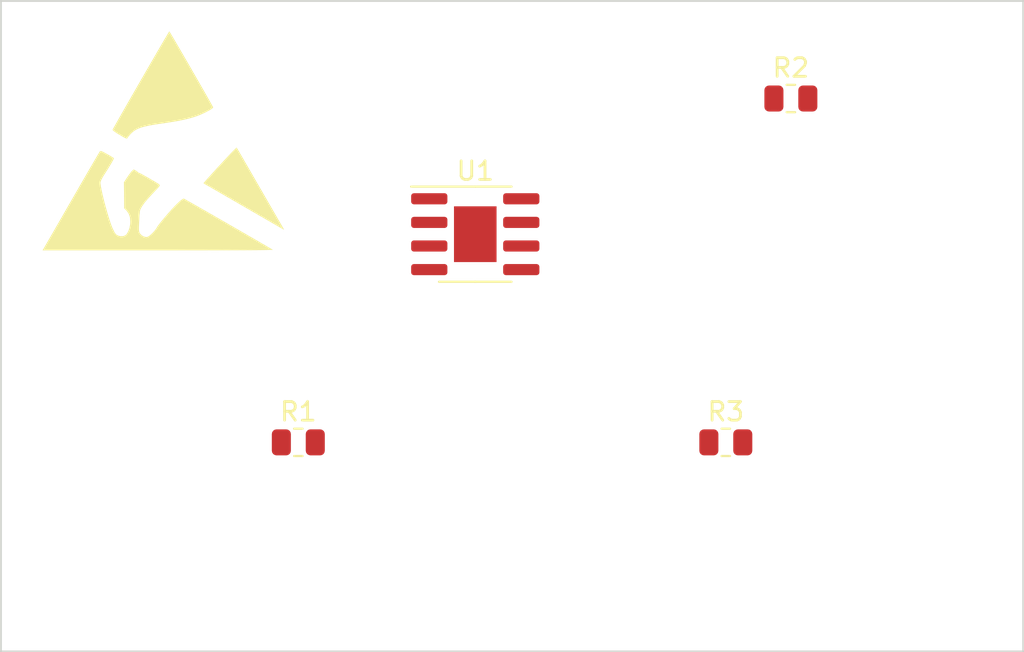
<source format=kicad_pcb>
(kicad_pcb (version 20240108) (generator "pcbnew") (generator_version "8.0")
  (layers (0 "F.Cu" signal) (31 "B.Cu" signal) (34 "B.Paste" user) (35 "F.Paste" user) (36 "B.SilkS" user "B.Silkscreen") (37 "F.SilkS" user "F.Silkscreen") (38 "B.Mask" user) (39 "F.Mask" user) (44 "Edge.Cuts" user))
  (net 0 "")
  (net 1 "Net-(R1-Pad2)")
  (net 2 "Net-(R1-Pad1)")
  (net 3 "Net-(R2-Pad2)")
  (net 4 "Net-(R2-Pad1)")
  (net 5 "Net-(R3-Pad2)")
  (net 6 "Net-(R3-Pad1)")
  (net 7 "Net-(U1-Pad8)")
  (net 8 "Net-(U1-Pad7)")
  (net 9 "Net-(U1-Pad6)")
  (net 10 "Net-(U1-Pad5)")
  (net 11 "Net-(U1-Pad4)")
  (net 12 "Net-(U1-Pad3)")
  (net 13 "Net-(U1-Pad2)")
  (net 14 "Net-(U1-Pad1)")
  (footprint "my_lib:R_0805_2012Metric" (layer "F.Cu") (at 116 98.75)
    (property "Reference" "R1" (at 0 -1.65 0) (layer "F.SilkS"))
    (property "Value" "R")
    (fp_line (start -0.227064 -0.735) (end 0.227064 -0.735) (stroke (width 0.12)) (layer "F.SilkS"))
    (fp_line (start -0.227064 0.735) (end 0.227064 0.735) (stroke (width 0.12)) (layer "F.SilkS"))
    (pad "1" smd roundrect (at -0.9125 0) (size 1.025 1.4) (layers "F.Cu" "F.Paste" "F.Mask") (roundrect_rratio 0.243902) (net 2 "Net-(R1-Pad1)"))
    (pad "2" smd roundrect (at 0.9125 0) (size 1.025 1.4) (layers "F.Cu" "F.Paste" "F.Mask") (roundrect_rratio 0.243902) (net 1 "Net-(R1-Pad2)"))
  )
  (footprint "my_lib:R_0805_2012Metric" (layer "F.Cu") (at 142.5 80.25)
    (property "Reference" "R2" (at 0 -1.65 0) (layer "F.SilkS"))
    (property "Value" "R")
    (fp_line (start -0.227064 -0.735) (end 0.227064 -0.735) (stroke (width 0.12)) (layer "F.SilkS"))
    (fp_line (start -0.227064 0.735) (end 0.227064 0.735) (stroke (width 0.12)) (layer "F.SilkS"))
    (pad "1" smd roundrect (at -0.9125 0) (size 1.025 1.4) (layers "F.Cu" "F.Paste" "F.Mask") (roundrect_rratio 0.243902) (net 4 "Net-(R2-Pad1)"))
    (pad "2" smd roundrect (at 0.9125 0) (size 1.025 1.4) (layers "F.Cu" "F.Paste" "F.Mask") (roundrect_rratio 0.243902) (net 3 "Net-(R2-Pad2)"))
  )
  (footprint "my_lib:R_0805_2012Metric" (layer "F.Cu") (at 139 98.75)
    (property "Reference" "R3" (at 0 -1.65 0) (layer "F.SilkS"))
    (property "Value" "R")
    (fp_line (start -0.227064 -0.735) (end 0.227064 -0.735) (stroke (width 0.12)) (layer "F.SilkS"))
    (fp_line (start -0.227064 0.735) (end 0.227064 0.735) (stroke (width 0.12)) (layer "F.SilkS"))
    (pad "1" smd roundrect (at -0.9125 0) (size 1.025 1.4) (layers "F.Cu" "F.Paste" "F.Mask") (roundrect_rratio 0.243902) (net 6 "Net-(R3-Pad1)"))
    (pad "2" smd roundrect (at 0.9125 0) (size 1.025 1.4) (layers "F.Cu" "F.Paste" "F.Mask") (roundrect_rratio 0.243902) (net 5 "Net-(R3-Pad2)"))
  )
  (footprint "my_lib:SOIC-8-1EP_3.9x4.9mm_P1.27mm_EP2.29x3mm" (layer "F.Cu") (at 125.52 87.55)
    (property "Reference" "U1" (at 0 -3.4 0) (layer "F.SilkS"))
    (property "Value" "AD797")
    (fp_line (start 0 -2.56) (end -3.45 -2.56) (stroke (width 0.12)) (layer "F.SilkS"))
    (fp_line (start 0 -2.56) (end 1.95 -2.56) (stroke (width 0.12)) (layer "F.SilkS"))
    (fp_line (start 0 2.56) (end -1.95 2.56) (stroke (width 0.12)) (layer "F.SilkS"))
    (fp_line (start 0 2.56) (end 1.95 2.56) (stroke (width 0.12)) (layer "F.SilkS"))
    (pad "1" smd roundrect (at -2.475 -1.905) (size 1.95 0.6) (layers "F.Cu" "F.Paste" "F.Mask") (net 14 "Net-(U1-Pad1)"))
    (pad "2" smd roundrect (at -2.475 -0.635) (size 1.95 0.6) (layers "F.Cu" "F.Paste" "F.Mask") (net 13 "Net-(U1-Pad2)"))
    (pad "3" smd roundrect (at -2.475 0.635) (size 1.95 0.6) (layers "F.Cu" "F.Paste" "F.Mask") (net 12 "Net-(U1-Pad3)"))
    (pad "4" smd roundrect (at -2.475 1.905) (size 1.95 0.6) (layers "F.Cu" "F.Paste" "F.Mask") (net 11 "Net-(U1-Pad4)"))
    (pad "5" smd roundrect (at 2.475 1.905) (size 1.95 0.6) (layers "F.Cu" "F.Paste" "F.Mask") (net 10 "Net-(U1-Pad5)"))
    (pad "6" smd roundrect (at 2.475 0.635) (size 1.95 0.6) (layers "F.Cu" "F.Paste" "F.Mask") (net 9 "Net-(U1-Pad6)"))
    (pad "7" smd roundrect (at 2.475 -0.635) (size 1.95 0.6) (layers "F.Cu" "F.Paste" "F.Mask") (net 8 "Net-(U1-Pad7)"))
    (pad "8" smd roundrect (at 2.475 -1.905) (size 1.95 0.6) (layers "F.Cu" "F.Paste" "F.Mask") (net 7 "Net-(U1-Pad8)"))
    (pad "9" smd rect (at 0 0) (size 2.29 3) (layers "F.Cu" "F.Mask"))
  )
  (footprint "my_lib:ESD-Logo_13.2x12mm_SilkScreen" (layer "F.Cu") (at 108.75 82.5)
    (property "Reference" "SYM1" (hide yes))
    (property "Value" "SYM_Radio_Waves_Small" (hide yes))
    (fp_poly (pts (xy 3.975056 0.469238) (xy 3.997816 0.507386) (xy 4.048975 0.594843) (xy 4.126004 0.727238) (xy 4.226372 0.900204) (xy 4.347549 1.10937) (xy 4.487006 1.350367) (xy 4.642213 1.618824) (xy 4.81064 1.910374) (xy 4.989757 2.220646) (xy 5.173995 2.54) (xy 5.362152 2.866235) (xy 5.542803 3.179418) (xy 5.71333 3.475012) (xy 5.871114 3.74848) (xy 6.013538 3.995284) (xy 6.137981 4.210889) (xy 6.241826 4.390755) (xy 6.322455 4.530347) (xy 6.377248 4.625128) (xy 6.403013 4.669573) (xy 6.445014 4.744661) (xy 6.46785 4.791663) (xy 6.469102 4.799841) (xy 6.441272 4.784484) (xy 6.363881 4.740407) (xy 6.240973 4.669942) (xy 6.076595 4.575422) (xy 5.874792 4.459178) (xy 5.639609 4.323542) (xy 5.375091 4.170848) (xy 5.085284 4.003428) (xy 4.774233 3.823613) (xy 4.445984 3.633735) (xy 4.321097 3.561464) (xy 3.986974 3.368167) (xy 3.668147 3.183877) (xy 3.368709 3.01095) (xy 3.092752 2.851743) (xy 2.84437 2.70861) (xy 2.627653 2.58391) (xy 2.446696 2.479996) (xy 2.305591 2.399227) (xy 2.20843 2.343957) (xy 2.159307 2.316544) (xy 2.15417 2.313948) (xy 2.169138 2.290441) (xy 2.221227 2.227591) (xy 2.305117 2.131188) (xy 2.415492 2.00702) (xy 2.547034 1.860879) (xy 2.694424 1.698553) (xy 2.852345 1.525832) (xy 3.015479 1.348506) (xy 3.178508 1.172365) (xy 3.336114 1.003198) (xy 3.482979 0.846795) (xy 3.613786 0.708945) (xy 3.723216 0.595439) (xy 3.805953 0.512065) (xy 3.834328 0.484726) (xy 3.928359 0.396403) (xy 3.975056 0.469238)) (stroke (width 0.01)) (fill solid) (layer "F.SilkS"))
    (fp_poly (pts (xy 0.328085 -5.828329) (xy 0.374129 -5.753509) (xy 0.445067 -5.634972) (xy 0.537991 -5.477763) (xy 0.649992 -5.286924) (xy 0.778162 -5.067499) (xy 0.919592 -4.824531) (xy 1.071373 -4.563063) (xy 1.230597 -4.28814) (xy 1.394356 -4.004803) (xy 1.55974 -3.718098) (xy 1.723842 -3.433066) (xy 1.883752 -3.154752) (xy 2.036562 -2.888198) (xy 2.179363 -2.638448) (xy 2.309247 -2.410545) (xy 2.423305 -2.209534) (xy 2.518629 -2.040456) (xy 2.59231 -1.908355) (xy 2.641439 -1.818276) (xy 2.663108 -1.77526) (xy 2.663902 -1.772571) (xy 2.637002 -1.73607) (xy 2.562227 -1.680236) (xy 2.44847 -1.61055) (xy 2.304623 -1.532491) (xy 2.154029 -1.458313) (xy 1.949119 -1.368365) (xy 1.733633 -1.287547) (xy 1.500146 -1.214062) (xy 1.241236 -1.146116) (xy 0.949479 -1.081912) (xy 0.617451 -1.019654) (xy 0.237731 -0.957546) (xy -0.155063 -0.89971) (xy -0.496332 -0.8484) (xy -0.78291 -0.797603) (xy -1.021985 -0.744796) (xy -1.220741 -0.687454) (xy -1.386365 -0.623053) (xy -1.526044 -0.549069) (xy -1.646964 -0.462976) (xy -1.756311 -0.36225) (xy -1.791572 -0.324833) (xy -1.868 -0.237721) (xy -1.924537 -0.166636) (xy -1.950765 -0.124833) (xy -1.951464 -0.121406) (xy -1.96064 -0.100388) (xy -1.992485 -0.100151) (xy -2.053469 -0.123491) (xy -2.150065 -0.173207) (xy -2.288746 -0.252095) (xy -2.385122 -0.308825) (xy -2.528834 -0.397506) (xy -2.640517 -0.473441) (xy -2.712666 -0.531168) (xy -2.737774 -0.565224) (xy -2.737759 -0.565471) (xy -2.722189 -0.597925) (xy -2.678217 -0.6792) (xy -2.608395 -0.804866) (xy -2.515275 -0.970495) (xy -2.401411 -1.171656) (xy -2.269354 -1.40392) (xy -2.121657 -1.662857) (xy -1.960872 -1.944039) (xy -1.789552 -2.243035) (xy -1.610249 -2.555416) (xy -1.425515 -2.876752) (xy -1.237902 -3.202614) (xy -1.049964 -3.528573) (xy -0.864253 -3.850199) (xy -0.68332 -4.163063) (xy -0.509719 -4.462734) (xy -0.346001 -4.744784) (xy -0.194719 -5.004782) (xy -0.058426 -5.238301) (xy 0.060326 -5.440909) (xy 0.158985 -5.608177) (xy 0.234999 -5.735676) (xy 0.285814 -5.818977) (xy 0.308879 -5.85365) (xy 0.309845 -5.85439) (xy 0.328085 -5.828329)) (stroke (width 0.01)) (fill solid) (layer "F.SilkS"))
    (fp_poly (pts (xy -3.355813 0.582317) (xy -3.290763 0.607473) (xy -3.191615 0.657425) (xy -3.049253 0.735752) (xy -3.038168 0.741977) (xy -2.907053 0.816952) (xy -2.796404 0.882638) (xy -2.71709 0.93241) (xy -2.679977 0.959641) (xy -2.678939 0.960974) (xy -2.687904 0.99878) (xy -2.729029 1.08321) (xy -2.799634 1.209665) (xy -2.89704 1.373544) (xy -3.018565 1.570245) (xy -3.161529 1.79517) (xy -3.19711 1.850331) (xy -3.289814 2.003398) (xy -3.357317 2.135112) (xy -3.393695 2.233565) (xy -3.397428 2.253014) (xy -3.395771 2.338624) (xy -3.377212 2.474418) (xy -3.344064 2.651687) (xy -3.29864 2.861719) (xy -3.243254 3.095804) (xy -3.18022 3.345232) (xy -3.11185 3.60129) (xy -3.040458 3.855269) (xy -2.968359 4.098457) (xy -2.897864 4.322145) (xy -2.831288 4.517621) (xy -2.770945 4.676174) (xy -2.728879 4.770244) (xy -2.679327 4.870451) (xy -2.63254 4.966337) (xy -2.630007 4.971586) (xy -2.552603 5.06844) (xy -2.439632 5.133656) (xy -2.308122 5.164909) (xy -2.175099 5.159875) (xy -2.05759 5.116228) (xy -1.991484 5.058764) (xy -1.896282 4.901166) (xy -1.826522 4.704756) (xy -1.788247 4.489559) (xy -1.782824 4.367561) (xy -1.804661 4.13987) (xy -1.868753 3.95132) (xy -1.978549 3.792759) (xy -2.012787 3.757467) (xy -2.114678 3.65847) (xy -2.128672 2.258978) (xy -1.950365 1.989062) (xy -1.866693 1.866891) (xy -1.786111 1.756987) (xy -1.720115 1.674673) (xy -1.691748 1.644384) (xy -1.611438 1.569621) (xy -1.50267 1.628196) (xy -1.433923 1.670168) (xy -1.396308 1.702756) (xy -1.393903 1.708615) (xy -1.368194 1.733456) (xy -1.324208 1.751954) (xy -1.281701 1.768626) (xy -1.216613 1.800299) (xy -1.123356 1.850066) (xy -0.996342 1.921018) (xy -0.829984 2.016247) (xy -0.618695 2.138844) (xy -0.503876 2.205864) (xy -0.368813 2.286143) (xy -0.28023 2.343319) (xy -0.23029 2.384078) (xy -0.211154 2.415107) (xy -0.214984 2.443092) (xy -0.218178 2.449593) (xy -0.249248 2.490533) (xy -0.315729 2.56733) (xy -0.409876 2.671393) (xy -0.523944 2.794132) (xy -0.6226 2.89818) (xy -0.849941 3.145134) (xy -1.02779 3.359183) (xy -1.157733 3.54248) (xy -1.241358 3.697176) (xy -1.269566 3.775732) (xy -1.281217 3.844498) (xy -1.293251 3.961799) (xy -1.304609 4.114234) (xy -1.314233 4.288404) (xy -1.318762 4.398537) (xy -1.325082 4.588929) (xy -1.327863 4.728124) (xy -1.326285 4.826819) (xy -1.319531 4.895708) (xy -1.306784 4.945487) (xy -1.287227 4.98685) (xy -1.271866 5.012106) (xy -1.183158 5.109453) (xy -1.068853 5.177291) (xy -0.948584 5.206876) (xy -0.858455 5.196172) (xy -0.776848 5.149861) (xy -0.674553 5.066924) (xy -0.565917 4.961825) (xy -0.465287 4.849032) (xy -0.387012 4.74301) (xy -0.358191 4.691778) (xy -0.315018 4.621628) (xy -0.236495 4.514778) (xy -0.129797 4.379578) (xy -0.002097 4.224381) (xy 0.139429 4.057536) (xy 0.287607 3.887396) (xy 0.435263 3.722311) (xy 0.575222 3.570633) (xy 0.70031 3.440713) (xy 0.79852 3.345339) (xy 0.907557 3.250065) (xy 0.999284 3.179817) (xy 1.063621 3.141898) (xy 1.084978 3.137729) (xy 1.117706 3.154548) (xy 1.199341 3.199692) (xy 1.325172 3.270449) (xy 1.490488 3.364109) (xy 1.690578 3.477962) (xy 1.920732 3.609298) (xy 2.176238 3.755406) (xy 2.452387 3.913576) (xy 2.744467 4.081097) (xy 3.047768 4.255259) (xy 3.357579 4.433352) (xy 3.669189 4.612665) (xy 3.977888 4.790487) (xy 4.278964 4.964109) (xy 4.567708 5.130819) (xy 4.839408 5.287908) (xy 5.089354 5.432666) (xy 5.312834 5.56238) (xy 5.505139 5.674342) (xy 5.661557 5.765841) (xy 5.777378 5.834167) (xy 5.847891 5.876608) (xy 5.868329 5.889927) (xy 5.840803 5.89256) (xy 5.754208 5.895118) (xy 5.611428 5.897592) (xy 5.415346 5.899966) (xy 5.168844 5.902231) (xy 4.874806 5.904373) (xy 4.536114 5.906379) (xy 4.155652 5.908238) (xy 3.736301 5.909937) (xy 3.280946 5.911464) (xy 2.792469 5.912807) (xy 2.273753 5.913952) (xy 1.727681 5.914889) (xy 1.157136 5.915604) (xy 0.565 5.916085) (xy -0.045843 5.916319) (xy -0.302152 5.916342) (xy -6.502061 5.916342) (xy -6.059894 5.149695) (xy -5.966289 4.98736) (xy -5.845796 4.778332) (xy -5.702444 4.529603) (xy -5.540262 4.248164) (xy -5.363277 3.941007) (xy -5.17552 3.615125) (xy -4.981018 3.277509) (xy -4.7838 2.935151) (xy -4.587895 2.595043) (xy -4.538351 2.509025) (xy -4.357696 2.195715) (xy -4.185422 1.897606) (xy -4.024116 1.619136) (xy -3.876368 1.364743) (xy -3.744767 1.138864) (xy -3.631901 0.945937) (xy -3.540359 0.790401) (xy -3.47273 0.676692) (xy -3.431604 0.60925) (xy -3.420095 0.59208) (xy -3.395885 0.578379) (xy -3.355813 0.582317)) (stroke (width 0.01)) (fill solid) (layer "F.SilkS"))
  )
  (gr_line (start 100 110) (end 100 75) (stroke (width 0.1)) (layer "Edge.Cuts"))
  (gr_line (start 155 75) (end 155 110) (stroke (width 0.1)) (layer "Edge.Cuts"))
  (gr_line (start 100 75) (end 155 75) (stroke (width 0.1)) (layer "Edge.Cuts"))
  (gr_line (start 155 110) (end 100 110) (stroke (width 0.1)) (layer "Edge.Cuts"))
)
</source>
